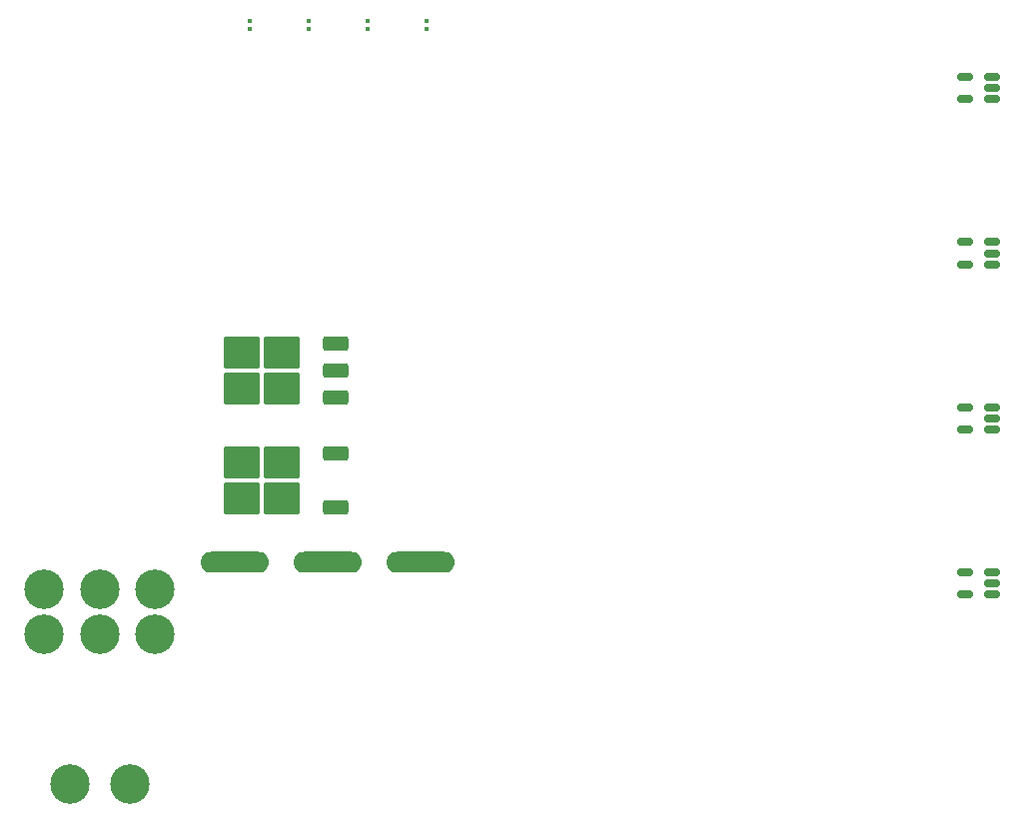
<source format=gbr>
%TF.GenerationSoftware,KiCad,Pcbnew,9.0.3*%
%TF.CreationDate,2025-07-27T17:23:19-07:00*%
%TF.ProjectId,bfieldsmaller,62666965-6c64-4736-9d61-6c6c65722e6b,rev?*%
%TF.SameCoordinates,Original*%
%TF.FileFunction,Paste,Top*%
%TF.FilePolarity,Positive*%
%FSLAX46Y46*%
G04 Gerber Fmt 4.6, Leading zero omitted, Abs format (unit mm)*
G04 Created by KiCad (PCBNEW 9.0.3) date 2025-07-27 17:23:19*
%MOMM*%
%LPD*%
G01*
G04 APERTURE LIST*
G04 Aperture macros list*
%AMRoundRect*
0 Rectangle with rounded corners*
0 $1 Rounding radius*
0 $2 $3 $4 $5 $6 $7 $8 $9 X,Y pos of 4 corners*
0 Add a 4 corners polygon primitive as box body*
4,1,4,$2,$3,$4,$5,$6,$7,$8,$9,$2,$3,0*
0 Add four circle primitives for the rounded corners*
1,1,$1+$1,$2,$3*
1,1,$1+$1,$4,$5*
1,1,$1+$1,$6,$7*
1,1,$1+$1,$8,$9*
0 Add four rect primitives between the rounded corners*
20,1,$1+$1,$2,$3,$4,$5,0*
20,1,$1+$1,$4,$5,$6,$7,0*
20,1,$1+$1,$6,$7,$8,$9,0*
20,1,$1+$1,$8,$9,$2,$3,0*%
G04 Aperture macros list end*
%ADD10RoundRect,0.150000X0.512500X0.150000X-0.512500X0.150000X-0.512500X-0.150000X0.512500X-0.150000X0*%
%ADD11RoundRect,0.250000X1.275000X1.125000X-1.275000X1.125000X-1.275000X-1.125000X1.275000X-1.125000X0*%
%ADD12RoundRect,0.250000X0.850000X0.350000X-0.850000X0.350000X-0.850000X-0.350000X0.850000X-0.350000X0*%
%ADD13RoundRect,0.079500X-0.100500X0.079500X-0.100500X-0.079500X0.100500X-0.079500X0.100500X0.079500X0*%
%ADD14O,5.842000X1.778000*%
%ADD15RoundRect,0.079500X0.100500X-0.079500X0.100500X0.079500X-0.100500X0.079500X-0.100500X-0.079500X0*%
%ADD16C,3.350000*%
G04 APERTURE END LIST*
D10*
%TO.C,U2*%
X188635000Y-88450000D03*
X188635000Y-86550000D03*
X190910000Y-86550000D03*
X190910000Y-87500000D03*
X190910000Y-88450000D03*
%TD*%
D11*
%TO.C,U10*%
X130665000Y-112995000D03*
X130665000Y-109945000D03*
X127315000Y-112995000D03*
X127315000Y-109945000D03*
D12*
X135290000Y-113750000D03*
X135290000Y-111470000D03*
X135290000Y-109190000D03*
%TD*%
%TO.C,U9*%
X135290000Y-118500000D03*
X135290000Y-123060000D03*
D11*
X127315000Y-119255000D03*
X127315000Y-122305000D03*
X130665000Y-119255000D03*
X130665000Y-122305000D03*
%TD*%
D10*
%TO.C,U8*%
X188635000Y-130450000D03*
X188635000Y-128550000D03*
X190910000Y-128550000D03*
X190910000Y-129500000D03*
X190910000Y-130450000D03*
%TD*%
%TO.C,U4*%
X190910000Y-102450000D03*
X190910000Y-101500000D03*
X190910000Y-100550000D03*
X188635000Y-100550000D03*
X188635000Y-102450000D03*
%TD*%
%TO.C,U6*%
X190910000Y-116450000D03*
X190910000Y-115500000D03*
X190910000Y-114550000D03*
X188635000Y-114550000D03*
X188635000Y-116450000D03*
%TD*%
D13*
%TO.C,D1*%
X127960000Y-82525000D03*
X127960000Y-81835000D03*
%TD*%
D14*
%TO.C,U11*%
X126724000Y-127728500D03*
X134600000Y-127728500D03*
X142476000Y-127728500D03*
%TD*%
D15*
%TO.C,D2*%
X133000000Y-82525000D03*
X133000000Y-81835000D03*
%TD*%
D16*
%TO.C,SW2*%
X119940000Y-133765000D03*
X115250000Y-133765000D03*
X110560000Y-133765000D03*
X119940000Y-129955000D03*
X115250000Y-129955000D03*
X110560000Y-129955000D03*
X112710000Y-146465000D03*
X117790000Y-146465000D03*
%TD*%
D13*
%TO.C,D4*%
X143000000Y-82525000D03*
X143000000Y-81835000D03*
%TD*%
%TO.C,D3*%
X138000000Y-82525000D03*
X138000000Y-81835000D03*
%TD*%
M02*

</source>
